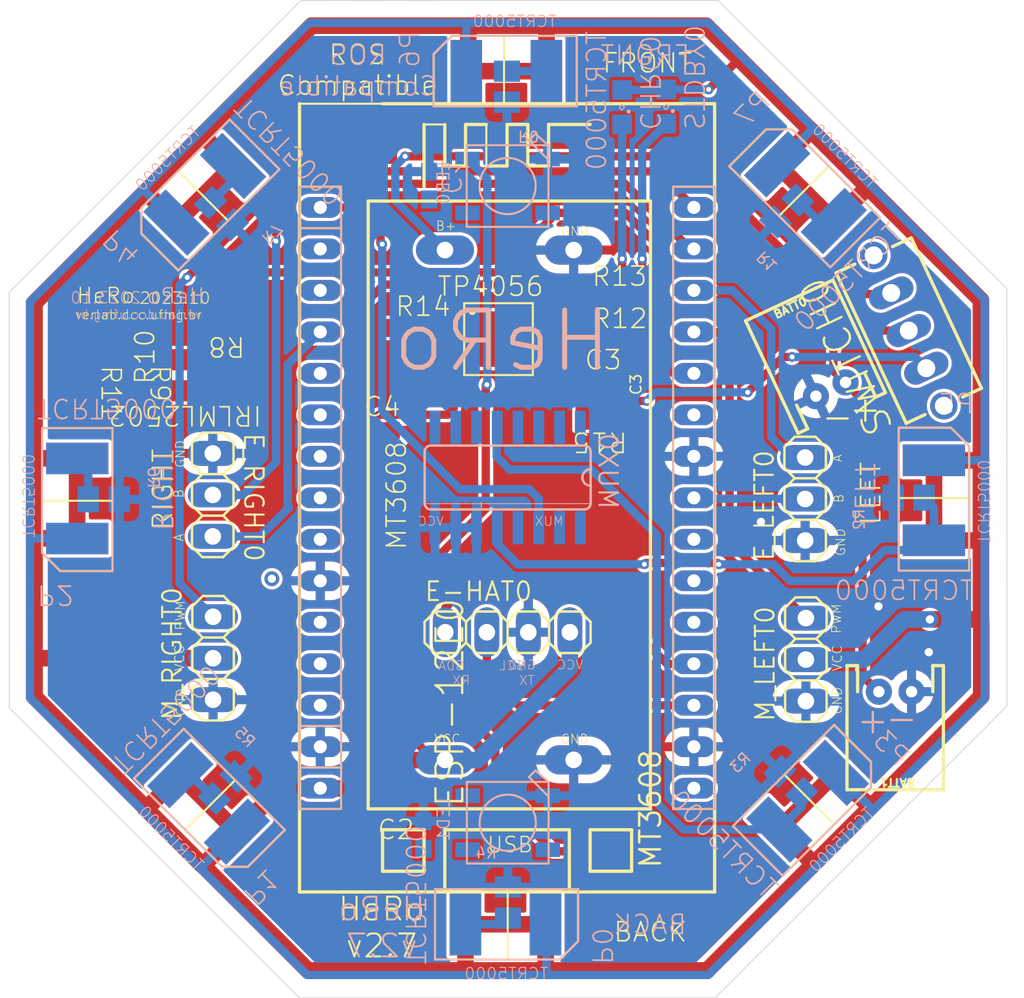
<source format=kicad_pcb>
(kicad_pcb (version 20241229) (generator "pcbnew") (generator_version "9.0")
  (layers (0 "F.Cu" signal) (2 "B.Cu" signal) (13 "F.Paste" user) (15 "B.Paste" user) (5 "F.SilkS" user "F.Silkscreen") (7 "B.SilkS" user "B.Silkscreen") (1 "F.Mask" user) (3 "B.Mask" user) (25 "Edge.Cuts" user))
  (net 0 "")
  (net 1 "GND")
  (net 2 "VCC")
  (net 3 "AD0")
  (net 4 "EM_ENABLE")
  (net 5 "MUX_A")
  (net 6 "MUX_B")
  (net 7 "MUX_C")
  (net 8 "TP_B+")
  (net 9 "Net-(SWITCH0-P)")
  (net 10 "Net-(CHRG0-PadC)")
  (net 11 "/<p>MCU and Motors</p>/SDA_RX")
  (net 12 "/<p>MCU and Motors</p>/SCL_TX")
  (net 18 "/<p>MCU and Motors</p>/E_RIGHT_A")
  (net 19 "/<p>MCU and Motors</p>/E_RIGHT_B")
  (net 24 "/<p>MCU and Motors</p>/M_RIGHT_PWM")
  (net 27 "/<p>MCU and Motors</p>/M_LEFT_PWM")
  (net 29 "/<p>MCU and Motors</p>/E_LEFT_B")
  (net 30 "/<p>MCU and Motors</p>/E_LEFT_A")
  (net 31 "Net-(IRLML2502-D)")
  (net 32 "Net-(IRLML2502-G)")
  (net 33 "Net-(LED0-DO)")
  (net 35 "Net-(SWITCH0-S)")
  (net 36 "/<p>Proximity Sensors</p>/MUX_X7")
  (net 37 "/<p>Proximity Sensors</p>/MUX_X1")
  (net 38 "/<p>Proximity Sensors</p>/MUX_X5")
  (net 39 "/<p>Proximity Sensors</p>/MUX_X6")
  (net 40 "/<p>Proximity Sensors</p>/MUX_X2")
  (net 41 "/<p>Proximity Sensors</p>/MUX_X4")
  (net 42 "/<p>Proximity Sensors</p>/MUX_X0")
  (net 43 "/<p>Proximity Sensors</p>/MUX_X3")
  (net 44 "/<p>Proximity Sensors</p>/EM")
  (net 45 "Net-(R10-Pad2)")
  (net 46 "Net-(TP4056-STDBY)")
  (net 47 "Net-(R12-Pad2)")
  (net 48 "Net-(TP4056-CHRG)")
  (net 50 "Net-(TP4056-PROG)")
  (net 51 "Net-(SWITCH0-O)")
  (net 52 "/<p>Power Supply</p>/TP_B+")
  (net 54 "unconnected-(C2-Pad1)")
  (footprint "board:SOT23" (layer "F.Cu") (at 131.6 97.3 180)
    (property "Reference" "IRLML2502")
    (property "Value" "MOSFET-NREFLOW")
  )
  (footprint "board:1X04" (layer "F.Cu") (at 148.47 113.16)
    (property "Reference" "E-HAT0")
    (property "Value" "PINHD-1X4")
  )
  (footprint "board:1X03" (layer "F.Cu") (at 166.724492 114.831995 90)
    (property "Reference" "M_LEFT0")
    (property "Value" "PINHD-1X3")
  )
  (footprint "board:ESP12E_DEVKIT" (layer "F.Cu") (at 148.44 104.93)
    (property "Reference" "ESP-12E0")
    (property "Value" "ESP12E_DEVKIT")
  )
  (footprint "board:C0603_348" (layer "F.Cu") (at 154.015492 97.931995)
    (property "Reference" "C3")
    (property "Value" "10 uF")
  )
  (footprint "board:1X03" (layer "F.Cu") (at 130.43 104.75 -90)
    (property "Reference" "E_RIGHT0")
    (property "Value" "PINHD-1X3")
  )
  (footprint "board:R0805" (layer "F.Cu") (at 154.21 95.91)
    (property "Reference" "R12")
    (property "Value" "103")
  )
  (footprint "board:R0603" (layer "F.Cu") (at 142.17 94.53)
    (property "Reference" "R14")
    (property "Value" "122")
  )
  (footprint "board:SOP" (layer "F.Cu") (at 147.914492 95.211995)
    (property "Reference" "TP4056")
    (property "Value" "TP4056")
  )
  (footprint "board:MT3608" (layer "F.Cu") (at 157.213084 123.971 90)
    (property "Reference" "MT3608")
    (property "Value" "MT3608")
  )
  (footprint "board:HH3T90" (layer "F.Cu") (at 173.01976 94.68928 115)
    (property "Reference" "SWITCH0")
    (property "Value" "SS12F2356")
  )
  (footprint "board:R0805" (layer "F.Cu") (at 154.19 93.32)
    (property "Reference" "R13")
    (property "Value" "102")
  )
  (footprint "board:JST-2-PTH" (layer "F.Cu") (at 168.243692 98.282618 25)
    (property "Reference" "BATT0")
    (property "Value" "CONN_02JST-PTH-2")
  )
  (footprint "board:C0603_420" (layer "F.Cu") (at 154 97.931995)
    (property "Reference" "C3")
    (property "Value" "10 uF")
  )
  (footprint "board:R0805" (layer "F.Cu") (at 128.232492 97.425995 90)
    (property "Reference" "R10")
    (property "Value" "18R")
  )
  (footprint "board:R0805" (layer "F.Cu") (at 122.25 97.37 -90)
    (property "Reference" "R11")
    (property "Value" "NM")
  )
  (footprint "board:1X03" (layer "F.Cu") (at 166.68 105 90)
    (property "Reference" "E_LEFT0")
    (property "Value" "PINHD-1X3")
  )
  (footprint "board:C0603_420" (layer "F.Cu") (at 140.48 100.8)
    (property "Reference" "C4")
    (property "Value" "10 uF")
  )
  (footprint "board:1X03" (layer "F.Cu") (at 130.45 114.75 90)
    (property "Reference" "M_RIGHT0")
    (property "Value" "PINHD-1X3")
  )
  (footprint "board:R0805" (layer "F.Cu") (at 125.25 97.35 -90)
    (property "Reference" "R9")
    (property "Value" "0R")
  )
  (footprint "board:R0805" (layer "F.Cu") (at 131.85 93.72 180)
    (property "Reference" "R8")
    (property "Value" "4k7")
  )
  (footprint "board:R0805" (layer "F.Cu") (at 154.23 100.01 180)
    (property "Reference" "R15")
    (property "Value" "0R")
  )
  (footprint "board:JST-2-PTH" (layer "F.Cu") (at 172.19 116.8 180)
    (property "Reference" "BATT1")
    (property "Value" "CONN_02JST-PTH-2")
  )
  (footprint "board:C0603_348" (layer "B.Cu") (at 143.32 125.57 90)
    (property "Reference" "C2")
    (property "Value" "0.10 nF")
  )
  (footprint "board:WS2812B" (layer "B.Cu") (at 148.48 124.82 180)
    (property "Reference" "LED1")
    (property "Value" "WS2812B5050")
  )
  (footprint "board:TCRT5000" (layer "B.Cu") (at 166.93 123.4 -135)
    (property "Reference" "P3")
    (property "Value" "TCRT5000")
  )
  (footprint "board:M0805" (layer "B.Cu") (at 131.188249 122.661751 45)
    (property "Reference" "R5")
    (property "Value" "4k7")
  )
  (footprint "board:M0805" (layer "B.Cu") (at 148.43 79.76 -90)
    (property "Reference" "R0")
    (property "Value" "4k7")
  )
  (footprint "board:TCRT5000" (layer "B.Cu") (at 130.275593 123.735593 135)
    (property "Reference" "P1")
    (property "Value" "TCRT5000")
  )
  (footprint "board:WS2812B" (layer "B.Cu") (at 148.47 85.84 180)
    (property "Reference" "LED0")
    (property "Value" "WS2812B5050")
  )
  (footprint "board:M0805" (layer "B.Cu") (at 173.009999 104.92 180)
    (property "Reference" "R2")
    (property "Value" "4k7")
  )
  (footprint "board:TCRT5000" (layer "B.Cu") (at 148.254 78.8)
    (property "Reference" "P6")
    (property "Value" "TCRT5000")
  )
  (footprint "board:M0805" (layer "B.Cu") (at 123.76 105.02)
    (property "Reference" "R6")
    (property "Value" "4k7")
  )
  (footprint "board:TCRT5000" (layer "B.Cu") (at 148.4786 131.04 180)
    (property "Reference" "P0")
    (property "Value" "TCRT5000")
  )
  (footprint "board:TCRT5000" (layer "B.Cu") (at 122.14 105.1086 90)
    (property "Reference" "P2")
    (property "Value" "TCRT5000")
  )
  (footprint "board:TCRT5000" (layer "B.Cu") (at 129.84 86.44 45)
    (property "Reference" "P4")
    (property "Value" "TCRT5000")
  )
  (footprint "board:TCRT5000" (layer "B.Cu") (at 174.56 104.94 -90)
    (property "Reference" "P5")
    (property "Value" "TCRT5000")
  )
  (footprint "board:C0603_348" (layer "B.Cu") (at 143.68 85.81 90)
    (property "Reference" "C1")
    (property "Value" "0.10 nF")
  )
  (footprint "board:M0805" (layer "B.Cu") (at 165.551751 87.368249 -135)
    (property "Reference" "R1")
    (property "Value" "4k7")
  )
  (footprint "board:M0805" (layer "B.Cu") (at 165.801751 122.351751 135)
    (property "Reference" "R3")
    (property "Value" "4k7")
  )
  (footprint "board:SO16" (layer "B.Cu") (at 148.475 103.6834 180)
    (property "Reference" "MUX0")
    (property "Value" "4051D")
  )
  (footprint "board:M0805" (layer "B.Cu") (at 148.49 129.709999 90)
    (property "Reference" "R4")
    (property "Value" "4k7")
  )
  (footprint "board:SML0805" (layer "B.Cu") (at 158.18 80.98 90)
    (property "Reference" "STDBY0")
    (property "Value" "GREEN")
  )
  (footprint "board:SML0805" (layer "B.Cu") (at 155.48 81.01 90)
    (property "Reference" "CHRG0")
    (property "Value" "RED")
  )
  (footprint "board:M0805" (layer "B.Cu") (at 130.958249 87.528249 -45)
    (property "Reference" "R7")
    (property "Value" "4k7")
  )
  (footprint "board:TCRT5000" (layer "B.Cu") (at 166.6 86.15 -45)
    (property "Reference" "P7")
    (property "Value" "TCRT5000")
  )
  (gr_line (start 179.029226 117.67317) (end 179.018701 92.106774) (stroke (width 0.05)) (layer "Edge.Cuts"))
  (gr_line (start 161.363063 74.474895) (end 135.808549 74.490027) (stroke (width 0.05)) (layer "Edge.Cuts"))
  (gr_line (start 179.018701 92.106774) (end 161.363063 74.474895) (stroke (width 0.05)) (layer "Edge.Cuts"))
  (gr_line (start 135.724477 135.532304) (end 161.180951 135.531441) (stroke (width 0.05)) (layer "Edge.Cuts"))
  (gr_line (start 161.180951 135.531441) (end 179.029226 117.67317) (stroke (width 0.05)) (layer "Edge.Cuts"))
  (gr_line (start 135.808549 74.490027) (end 117.972974 92.34383) (stroke (width 0.05)) (layer "Edge.Cuts"))
  (gr_line (start 117.972974 92.34383) (end 117.976339 117.778095) (stroke (width 0.05)) (layer "Edge.Cuts"))
  (gr_line (start 117.976339 117.778095) (end 135.724477 135.532304) (stroke (width 0.05)) (layer "Edge.Cuts"))
  (gr_text "BACK" (at 154.886686 132.195639 0) (layer "F.SilkS") (effects (font (size 1.1684 1.1684) (thickness 0.1016)) (justify left bottom)))
  (gr_text "FRONT" (at 154.2052 78.995639 0) (layer "F.SilkS") (effects (font (size 1.1684 1.1684) (thickness 0.1016)) (justify left bottom)))
  (gr_text "GND" (at 168.974492 118.231995 90) (layer "F.SilkS") (effects (font (size 0.560832 0.560832) (thickness 0.048768)) (justify left bottom)))
  (gr_text "B" (at 128.674492 104.981995 90) (layer "F.SilkS") (effects (font (size 0.560832 0.560832) (thickness 0.048768)) (justify left bottom)))
  (gr_text "VCC" (at 168.974492 115.581995 90) (layer "F.SilkS") (effects (font (size 0.560832 0.560832) (thickness 0.048768)) (justify left bottom)))
  (gr_text "VCC" (at 128.724492 115.581995 90) (layer "F.SilkS") (effects (font (size 0.560832 0.560832) (thickness 0.048768)) (justify left bottom)))
  (gr_text "HeRo" (at 123.887005 92.549067 0) (layer "F.SilkS") (effects (font (size 0.93472 0.93472) (thickness 0.08128))))
  (gr_text "A" (at 168.974492 102.781995 90) (layer "F.SilkS") (effects (font (size 0.560832 0.560832) (thickness 0.048768)) (justify left bottom)))
  (gr_text "verlab.dcc.ufmg.br" (at 125.894496 93.722708 0) (layer "F.SilkS") (effects (font (size 0.560832 0.560832) (thickness 0.048768))))
  (gr_text "A" (at 128.674492 107.631995 90) (layer "F.SilkS") (effects (font (size 0.560832 0.560832) (thickness 0.048768)) (justify left bottom)))
  (gr_text "GND" (at 128.824492 118.331995 90) (layer "F.SilkS") (effects (font (size 0.560832 0.560832) (thickness 0.048768)) (justify left bottom)))
  (gr_text "VCC" (at 143.957977 120.029344 0) (layer "F.SilkS") (effects (font (size 0.560832 0.560832) (thickness 0.048768)) (justify left bottom)))
  (gr_text "LEFT" (at 171.388136 106.667783 90) (layer "F.SilkS") (effects (font (size 1.1684 1.1684) (thickness 0.1016)) (justify left bottom)))
  (gr_text "2023.10" (at 128.117214 92.703002 0) (layer "F.SilkS") (effects (font (size 0.70104 0.70104) (thickness 0.06096))))
  (gr_text "+" (at 169.254492 100.421995 0) (layer "F.SilkS") (effects (font (size 1.63576 1.63576) (thickness 0.14224)) (justify left bottom)))
  (gr_text "GND" (at 151.701152 88.929344 0) (layer "F.SilkS") (effects (font (size 0.560832 0.560832) (thickness 0.048768)) (justify left bottom)))
  (gr_text "GND" (at 151.691152 120.029344 0) (layer "F.SilkS") (effects (font (size 0.560832 0.560832) (thickness 0.048768)) (justify left bottom)))
  (gr_text "-" (at 167.554492 100.901995 0) (layer "F.SilkS") (effects (font (size 1.63576 1.63576) (thickness 0.14224)) (justify left bottom)))
  (gr_text "HeRo\nv2.7" (at 140.764492 131.231995 0) (layer "F.SilkS") (effects (font (size 1.40208 1.40208) (thickness 0.12192))))
  (gr_text "GND" (at 128.774492 103.131995 90) (layer "F.SilkS") (effects (font (size 0.560832 0.560832) (thickness 0.048768)) (justify left bottom)))
  (gr_text "B" (at 169.074492 105.281995 90) (layer "F.SilkS") (effects (font (size 0.560832 0.560832) (thickness 0.048768)) (justify left bottom)))
  (gr_text "PWM" (at 168.924492 113.281995 90) (layer "F.SilkS") (effects (font (size 0.560832 0.560832) (thickness 0.048768)) (justify left bottom)))
  (gr_text "RIGHT" (at 128.048136 106.980544 90) (layer "F.SilkS") (effects (font (size 1.1684 1.1684) (thickness 0.1016)) (justify left bottom)))
  (gr_text "B+" (at 144.044492 88.611995 0) (layer "F.SilkS") (effects (font (size 0.560832 0.560832) (thickness 0.048768)) (justify left bottom)))
  (gr_text "GND" (at 169.174492 108.531995 90) (layer "F.SilkS") (effects (font (size 0.560832 0.560832) (thickness 0.048768)) (justify left bottom)))
  (gr_text "USB" (at 147.164492 126.711995 0) (layer "F.SilkS") (effects (font (size 0.93472 0.93472) (thickness 0.08128)) (justify left bottom)))
  (gr_text "PWM" (at 128.774492 113.081995 90) (layer "F.SilkS") (effects (font (size 0.560832 0.560832) (thickness 0.048768)) (justify left bottom)))
  (gr_text "ROS\nCompatible" (at 139.274492 78.731995 0) (layer "F.SilkS") (effects (font (size 1.1684 1.1684) (thickness 0.1016))))
  (gr_text "verlab.dcc.ufmg.br" (at 125.874496 93.702708 -0) (layer "B.SilkS") (effects (font (size 0.560832 0.560832) (thickness 0.048768)) (justify mirror)))
  (gr_text "TCRT5000" (at 151.517923 76.16543 -0) (layer "B.SilkS") (effects (font (size 0.70104 0.70104) (thickness 0.06096)) (justify left bottom mirror)))
  (gr_text "VCC   GND" (at 153.134492 115.481995 -0) (layer "B.SilkS") (effects (font (size 0.560832 0.560832) (thickness 0.048768)) (justify left bottom mirror)))
  (gr_text "TCRT5000" (at 126.321564 123.629064 -45) (layer "B.SilkS") (effects (font (size 0.70104 0.70104) (thickness 0.06096)) (justify right top mirror)))
  (gr_text "TCRT5000" (at 119.537927 102.188564 -90) (layer "B.SilkS") (effects (font (size 0.70104 0.70104) (thickness 0.06096)) (justify right top mirror)))
  (gr_text "TCRT5000" (at 178.007926 102.538564 -90) (layer "B.SilkS") (effects (font (size 0.70104 0.70104) (thickness 0.06096)) (justify right top mirror)))
  (gr_text "RIGHT" (at 128.024492 101.891995 -90) (layer "B.SilkS") (effects (font (size 1.1684 1.1684) (thickness 0.1016)) (justify right top mirror)))
  (gr_text "HeRo" (at 148.124492 95.331995 -0) (layer "B.SilkS") (effects (font (size 3.5052 3.5052) (thickness 0.3048)) (justify mirror)))
  (gr_text "BACK" (at 159.504492 131.741995 -0) (layer "B.SilkS") (effects (font (size 1.1684 1.1684) (thickness 0.1016)) (justify left bottom mirror)))
  (gr_text "FRONT" (at 159.714492 78.521995 -0) (layer "B.SilkS") (effects (font (size 1.1684 1.1684) (thickness 0.1016)) (justify left bottom mirror)))
  (gr_text "LEFT" (at 170.974492 102.701995 -90) (layer "B.SilkS") (effects (font (size 1.1684 1.1684) (thickness 0.1016)) (justify right top mirror)))
  (gr_text "2023.10" (at 123.887214 92.683002 -0) (layer "B.SilkS") (effects (font (size 0.70104 0.70104) (thickness 0.06096)) (justify mirror)))
  (gr_text "MUX             VCC" (at 147.434492 106.361995 -0) (layer "B.SilkS") (effects (font (size 0.560832 0.560832) (thickness 0.048768)) (justify mirror)))
  (gr_text "TCRT5000" (at 170.65742 86.134927 -45) (layer "B.SilkS") (effects (font (size 0.70104 0.70104) (thickness 0.06096)) (justify left bottom mirror)))
  (gr_text "TCRT5000" (at 129.817424 82.599067 -315) (layer "B.SilkS") (effects (font (size 0.70104 0.70104) (thickness 0.06096)) (justify left bottom mirror)))
  (gr_text "+" (at 171.924492 119.491995 -0) (layer "B.SilkS") (effects (font (size 1.63576 1.63576) (thickness 0.14224)) (justify left bottom mirror)))
  (gr_text "HeRo" (at 128.160142 92.574633 -0) (layer "B.SilkS") (effects (font (size 0.93472 0.93472) (thickness 0.08128)) (justify mirror)))
  (gr_text "SCL     SDA   \nTX       RX     " (at 142.914492 114.871995 0) (layer "B.SilkS") (effects (font (size 0.560832 0.560832) (thickness 0.048768)) (justify right top mirror)))
  (gr_text "TCRT5000" (at 151.007923 134.46543 -0) (layer "B.SilkS") (effects (font (size 0.70104 0.70104) (thickness 0.06096)) (justify left bottom mirror)))
  (gr_text "ROS\nCompatible" (at 139.324492 78.781995 -0) (layer "B.SilkS") (effects (font (size 1.1684 1.1684) (thickness 0.1016)) (justify mirror)))
  (gr_text "HeRo\nv2.7" (at 140.774492 131.231995 0) (layer "B.SilkS") (effects (font (size 1.40208 1.40208) (thickness 0.12192)) (justify mirror)))
  (gr_text "-" (at 173.694492 119.361995 -0) (layer "B.SilkS") (effects (font (size 1.63576 1.63576) (thickness 0.14224)) (justify left bottom mirror)))
  (gr_text "TCRT5000" (at 166.77156 127.424924 45) (layer "B.SilkS") (effects (font (size 0.70104 0.70104) (thickness 0.06096)) (justify right top mirror)))
  (via (at 174.244492 114.381995) (size 0.9144) (drill 0.508) (layers "F.Cu" "B.Cu") (net 1))
  (via (at 163.974492 106.401995) (size 0.9144) (drill 0.508) (layers "F.Cu" "B.Cu") (net 1))
  (via (at 171.164492 111.571995) (size 0.9144) (drill 0.508) (layers "F.Cu" "B.Cu") (net 1))
  (segment (start 177.324492 112.581995) (end 177.434492 112.691995) (width 0.508) (layer "F.Cu") (net 2))
  (segment (start 160.684492 133.861995) (end 150.674492 133.861995) (width 1.016) (layer "F.Cu") (net 2))
  (segment (start 122.130389 107.411258) (end 122.130389 102.509058) (width 1.016) (layer "F.Cu") (net 2))
  (segment (start 126.299492 123.896995) (end 126.269492 123.896995) (width 1.016) (layer "F.Cu") (net 2))
  (segment (start 143.963826 120.986655) (end 139.694492 116.71732) (width 0.508) (layer "F.Cu") (net 2))
  (segment (start 177.418329 107.538158) (end 177.434492 107.521995) (width 1.016) (layer "F.Cu") (net 2))
  (segment (start 150.796276 133.740211) (end 150.674492 133.861995) (width 1.016) (layer "F.Cu") (net 2))
  (segment (start 170.659492 123.863367) (end 170.659492 123.886995) (width 1.016) (layer "F.Cu") (net 2))
  (segment (start 150.744492 76.021995) (end 160.615001 76.021995) (width 1.016) (layer "F.Cu") (net 2))
  (segment (start 119.524492 114.901995) (end 119.524492 107.411995) (width 1.016) (layer "F.Cu") (net 2))
  (segment (start 128.206483 88.075402) (end 131.672864 84.60902) (width 1.016) (layer "F.Cu") (net 2))
  (segment (start 136.484492 76.021995) (end 146.064492 76.021995) (width 1.016) (layer "F.Cu") (net 2))
  (segment (start 119.524492 117.121995) (end 119.524492 114.901995) (width 1.016) (layer "F.Cu") (net 2))
  (segment (start 144.653826 120.986655) (end 142.219832 120.986655) (width 1.016) (layer "F.Cu") (net 2))
  (segment (start 129.759492 127.386995) (end 126.269492 123.896995) (width 1.016) (layer "F.Cu") (net 2))
  (segment (start 166.925001 82.331995) (end 162.664748 78.071742) (width 1.016) (layer "F.Cu") (net 2))
  (segment (start 129.919492 82.855649) (end 129.919492 82.586995) (width 1.016) (layer "F.Cu") (net 2))
  (segment (start 126.299492 123.896995) (end 119.524492 117.121995) (width 1.016) (layer "F.Cu") (net 2))
  (segment (start 119.679792 114.746695) (end 119.524492 114.901995) (width 1.016) (layer "F.Cu") (net 2))
  (segment (start 166.925001 82.331995) (end 166.925001 82.551995) (width 1.016) (layer "F.Cu") (net 2))
  (segment (start 144.804492 99.841995) (end 145.164492 99.481995) (width 0.508) (layer "F.Cu") (net 2))
  (segment (start 177.324492 112.581995) (end 177.454492 112.581995) (width 0.508) (layer "F.Cu") (net 2))
  (segment (start 145.894076 133.762411) (end 145.794492 133.861995) (width 1.016) (layer "F.Cu") (net 2))
  (segment (start 174.562901 107.538158) (end 177.418329 107.538158) (width 1.016) (layer "F.Cu") (net 2))
  (segment (start 139.634492 100.801995) (end 139.744492 100.69203) (width 0.508) (layer "F.Cu") (net 2))
  (segment (start 177.434492 102.641995) (end 177.434492 107.521995) (width 1.016) (layer "F.Cu") (net 2))
  (segment (start 177.428454 102.635958) (end 177.434492 102.641995) (width 1.016) (layer "F.Cu") (net 2))
  (segment (start 139.634492 100.801995) (end 140.594492 99.841995) (width 0.508) (layer "F.Cu") (net 2))
  (segment (start 160.774492 79.921995) (end 162.624745 78.071742) (width 0.508) (layer "F.Cu") (net 2))
  (segment (start 174.314492 112.371995) (end 177.244492 112.371995) (width 1.016) (layer "F.Cu") (net 2))
  (segment (start 164.965438 84.511558) (end 166.925001 82.551995) (width 1.016) (layer "F.Cu") (net 2))
  (segment (start 131.892961 125.368595) (end 128.42658 121.902214) (width 1.016) (layer "F.Cu") (net 2))
  (segment (start 144.653826 120.986655) (end 143.963826 120.986655) (width 0.508) (layer "F.Cu") (net 2))
  (segment (start 170.456129 85.95363) (end 170.456129 85.850361) (width 1.016) (layer "F.Cu") (net 2))
  (segment (start 174.562901 102.635958) (end 177.428454 102.635958) (width 1.016) (layer "F.Cu") (net 2))
  (segment (start 119.52523 107.411258) (end 119.524492 107.411995) (width 1.016) (layer "F.Cu") (net 2))
  (segment (start 126.353077 86.221995) (end 126.284492 86.221995) (width 1.016) (layer "F.Cu") (net 2))
  (segment (start 129.874561 127.386995) (end 129.874561 127.482064) (width 1.016) (layer "F.Cu") (net 2))
  (segment (start 140.484632 122.721855) (end 137.025051 122.721855) (width 1.016) (layer "F.Cu") (net 2))
  (segment (start 128.206483 88.075402) (end 126.353077 86.221995) (width 1.016) (layer "F.Cu") (net 2))
  (segment (start 162.624745 78.071742) (end 162.664748 78.071742) (width 0.508) (layer "F.Cu") (net 2))
  (segment (start 139.694495 100.861999) (end 139.694492 108.311995) (width 0.508) (layer "F.Cu") (net 2))
  (segment (start 145.894076 131.037139) (end 145.894076 133.762411) (width 1.016) (layer "F.Cu") (net 2))
  (segment (start 150.853207 78.808389) (end 150.853207 76.130711) (width 1.016) (layer "F.Cu") (net 2))
  (segment (start 131.892961 125.368595) (end 129.874561 127.386995) (width 1.016) (layer "F.Cu") (net 2))
  (segment (start 150.796276 131.037139) (end 150.796276 133.740211) (width 1.016) (layer "F.Cu") (net 2))
  (segment (start 149.134492 91.871995) (end 149.919492 91.871995) (width 0.508) (layer "F.Cu") (net 2))
  (segment (start 145.164492 99.481995) (end 145.164492 97.116995) (width 0.508) (layer "F.Cu") (net 2))
  (segment (start 177.454492 117.091995) (end 170.659492 123.886995) (width 1.016) (layer "F.Cu") (net 2))
  (segment (start 145.951007 78.808389) (end 150.853207 78.808389) (width 1.016) (layer "F.Cu") (net 2))
  (segment (start 150.674492 133.861995) (end 145.794492 133.861995) (width 1.016) (layer "F.Cu") (net 2))
  (segment (start 122.130389 107.411258) (end 119.52523 107.411258) (width 1.016) (layer "F.Cu") (net 2))
  (segment (start 177.454492 112.581995) (end 177.454492 117.091995) (width 1.016) (layer "F.Cu") (net 2))
  (segment (start 128.42658 121.902214) (end 126.431799 123.896995) (width 1.016) (layer "F.Cu") (net 2))
  (segment (start 165.085151 125.221789) (end 167.059492 127.19613) (width 1.016) (layer "F.Cu") (net 2))
  (segment (start 177.244492 112.371995) (end 177.454492 112.581995) (width 1.016) (layer "F.Cu") (net 2))
  (segment (start 150.796276 131.037139) (end 145.894076 131.037139) (width 1.016) (layer "F.Cu") (net 2))
  (segment (start 145.951007 78.808389) (end 146.064492 78.694905) (width 1.016) (layer "F.Cu") (net 2))
  (segment (start 122.130389 102.509058) (end 119.731555 102.509058) (width 1.016) (layer "F.Cu") (net 2))
  (segment (start 174.562901 107.538158) (end 174.562901 102.635958) (width 1.016) (layer "F.Cu") (net 2))
  (segment (start 150.744492 76.021995) (end 150.853207 76.130711) (width 1.016) (layer "F.Cu") (net 2))
  (segment (start 129.874561 127.386995) (end 129.759492 127.386995) (width 1.016) (layer "F.Cu") (net 2))
  (segment (start 119.524492 92.981995) (end 126.284492 86.221995) (width 1.016) (layer "F.Cu") (net 2))
  (segment (start 139.694492 108.311995) (end 139.694492 116.71732) (width 0.508) (layer "F.Cu") (net 2))
  (segment (start 139.744492 93.031995) (end 139.744492 100.69203) (width 0.508) (layer "F.Cu") (net 2))
  (segment (start 142.219832 120.986655) (end 140.484632 122.721855) (width 1.016) (layer "F.Cu") (net 2))
  (segment (start 119.731555 102.509058) (end 119.524492 102.301995) (width 1.016) (layer "F.Cu") (net 2))
  (segment (start 137.025051 122.721855) (end 134.539702 122.721855) (width 1.016) (layer "F.Cu") (net 2))
  (segment (start 129.919492 82.586995) (end 136.484492 76.021995) (width 1.016) (layer "F.Cu") (net 2))
  (segment (start 130.445192 114.746695) (end 119.679792 114.746695) (width 1.016) (layer "F.Cu") (net 2))
  (segment (start 167.041382 82.435614) (end 170.456129 85.850361) (width 1.016) (layer "F.Cu") (net 2))
  (segment (start 164.965438 84.511558) (end 168.43182 87.977939) (width 1.016) (layer "F.Cu") (net 2))
  (segment (start 119.524492 102.301995) (end 119.524492 92.981995) (width 1.016) (layer "F.Cu") (net 2))
  (segment (start 170.456129 85.850361) (end 177.434492 92.828724) (width 1.016) (layer "F.Cu") (net 2))
  (segment (start 139.744492 93.031995) (end 140.904492 91.871995) (width 0.508) (layer "F.Cu") (net 2))
  (segment (start 126.431799 123.896995) (end 126.299492 123.896995) (width 1.016) (layer "F.Cu") (net 2))
  (segment (start 144.804492 99.841995) (end 140.594492 99.841995) (width 0.508) (layer "F.Cu") (net 2))
  (segment (start 146.064492 78.694905) (end 146.064492 76.021995) (width 1.016) (layer "F.Cu") (net 2))
  (segment (start 146.064492 76.021995) (end 150.744492 76.021995) (width 1.016) (layer "F.Cu") (net 2))
  (segment (start 168.43182 87.977939) (end 170.456129 85.95363) (width 1.016) (layer "F.Cu") (net 2))
  (segment (start 167.059492 127.19613) (end 167.059492 127.486995) (width 1.016) (layer "F.Cu") (net 2))
  (segment (start 131.672864 84.60902) (end 129.919492 82.855649) (width 1.016) (layer "F.Cu") (net 2))
  (segment (start 150.664492 92.616995) (end 150.664492 93.306995) (width 0.508) (layer "F.Cu") (net 2))
  (segment (start 166.925001 82.551995) (end 167.041382 82.435614) (width 1.016) (layer "F.Cu") (net 2))
  (segment (start 170.659492 123.886995) (end 167.059492 127.486995) (width 1.016) (layer "F.Cu") (net 2))
  (segment (start 126.284492 86.221995) (end 129.919492 82.586995) (width 1.016) (layer "F.Cu") (net 2))
  (segment (start 134.539702 122.721855) (end 131.892961 125.368595) (width 1.016) (layer "F.Cu") (net 2))
  (segment (start 139.634492 100.801995) (end 139.694495 100.861999) (width 0.508) (layer "F.Cu") (net 2))
  (segment (start 177.434492 92.828724) (end 177.434492 102.641995) (width 1.016) (layer "F.Cu") (net 2))
  (segment (start 165.085151 125.221789) (end 168.551532 121.755408) (width 1.016) (layer "F.Cu") (net 2))
  (segment (start 167.059492 127.486995) (end 160.684492 133.861995) (width 1.016) (layer "F.Cu") (net 2))
  (segment (start 119.524492 107.411995) (end 119.524492 102.301995) (width 1.016) (layer "F.Cu") (net 2))
  (segment (start 136.254492 133.861995) (end 145.794492 133.861995) (width 1.016) (layer "F.Cu") (net 2))
  (segment (start 140.904492 91.871995) (end 149.134492 91.871995) (width 0.508) (layer "F.Cu") (net 2))
  (segment (start 150.664492 92.616995) (end 149.919492 91.871995) (width 0.508) (layer "F.Cu") (net 2))
  (segment (start 168.551532 121.755408) (end 170.659492 123.863367) (width 1.016) (layer "F.Cu") (net 2))
  (segment (start 177.434492 107.521995) (end 177.434492 112.691995) (width 1.016) (layer "F.Cu") (net 2))
  (segment (start 129.874561 127.482064) (end 136.254492 133.861995) (width 1.016) (layer "F.Cu") (net 2))
  (segment (start 162.664748 78.071742) (end 160.615001 76.021995) (width 1.016) (layer "F.Cu") (net 2))
  (via (at 160.771273 79.925214) (size 0.6) (drill 0.3) (layers "F.Cu" "B.Cu") (net 2))
  (via (at 174.314492 112.371995) (size 0.9144) (drill 0.508) (layers "F.Cu" "B.Cu") (net 2))
  (segment (start 160.766487 79.93) (end 160.771273 79.925214) (width 0.508) (layer "B.Cu") (net 2))
  (segment (start 158.15 79.96) (end 158.18 79.93) (width 0.508) (layer "B.Cu") (net 2))
  (segment (start 146.021273 87.710995) (end 146.021273 87.490995) (width 0.508) (layer "B.Cu") (net 2))
  (segment (start 170.274492 114.831995) (end 172.734492 112.371995) (width 1.016) (layer "B.Cu") (net 2))
  (segment (start 158.18 79.93) (end 160.766487 79.93) (width 0.508) (layer "B.Cu") (net 2))
  (segment (start 152.281395 115.335092) (end 146.629832 120.986655) (width 1.016) (layer "B.Cu") (net 2))
  (segment (start 152.281395 115.335092) (end 152.281395 113.168639) (width 1.016) (layer "B.Cu") (net 2))
  (segment (start 160.774492 79.921995) (end 160.771273 79.925214) (width 0.508) (layer "B.Cu") (net 2))
  (segment (start 155.48 79.96) (end 158.15 79.96) (width 0.508) (layer "B.Cu") (net 2))
  (segment (start 144.653826 120.986655) (end 146.629832 120.986655) (width 1.016) (layer "B.Cu") (net 2))
  (segment (start 166.724492 114.831995) (end 170.274492 114.831995) (width 1.016) (layer "B.Cu") (net 2))
  (segment (start 155.501273 79.925214) (end 155.474492 79.951995) (width 0.508) (layer "B.Cu") (net 2))
  (segment (start 172.734492 112.371995) (end 174.314492 112.371995) (width 1.016) (layer "B.Cu") (net 2))
  (segment (start 140.694492 87.821995) (end 140.034351 87.161855) (width 0.508) (layer "F.Cu") (net 3))
  (segment (start 140.761995 89.361995) (end 140.8 89.4) (width 0.508) (layer "F.Cu") (net 3))
  (segment (start 137.025051 87.161855) (end 140.034351 87.161855) (width 0.508) (layer "F.Cu") (net 3))
  (segment (start 140.694492 87.821995) (end 140.694492 89.361995) (width 0.508) (layer "F.Cu") (net 3))
  (segment (start 140.694492 89.361995) (end 140.761995 89.361995) (width 0.508) (layer "F.Cu") (net 3))
  (via (at 140.8 89.4) (size 0.6) (drill 0.3) (layers "F.Cu" "B.Cu") (net 3))
  (segment (start 145.5574 104.4) (end 149.8 104.4) (width 0.508) (layer "B.Cu") (net 3))
  (segment (start 140.8 89.4) (end 140.8 99.6426) (width 0.508) (layer "B.Cu") (net 3))
  (segment (start 149.8 104.4) (end 150.38 104.98) (width 0.508) (layer "B.Cu") (net 3))
  (segment (start 140.8 99.6426) (end 145.5574 104.4) (width 0.508) (layer "B.Cu") (net 3))
  (segment (start 150.38 104.98) (end 150.38 106.7568) (width 0.508) (layer "B.Cu") (net 3))
  (segment (start 153.504492 87.481995) (end 151.474492 87.481995) (width 0.508) (layer "F.Cu") (net 4))
  (segment (start 158.654351 97.321855) (end 157.794492 96.461995) (width 0.508) (layer "F.Cu") (net 4))
  (segment (start 155.674492 87.481995) (end 153.504492 87.481995) (width 0.508) (layer "F.Cu") (net 4))
  (segment (start 157.794492 96.461995) (end 157.794492 89.601995) (width 0.508) (layer "F.Cu") (net 4))
  (segment (start 130.900092 92.266395) (end 130.900092 93.727695) (width 0.508) (layer "F.Cu") (net 4))
  (segment (start 147.825835 91.130652) (end 132.035836 91.130652) (width 0.508) (layer "F.Cu") (net 4))
  (segment (start 151.474492 87.481995) (end 147.825835 91.130652) (width 0.508) (layer "F.Cu") (net 4))
  (segment (start 132.035836 91.130652) (end 130.900092 92.266395) (width 0.508) (layer "F.Cu") (net 4))
  (segment (start 159.885051 97.321855) (end 158.654351 97.321855) (width 0.508) (layer "F.Cu") (net 4))
  (segment (start 157.794492 89.601995) (end 155.674492 87.481995) (width 0.508) (layer "F.Cu") (net 4))
  (via (at 134.044492 109.881995) (size 0.9144) (drill 0.508) (layers "F.Cu" "B.Cu") (net 7))
  (segment (start 144.028517 100.075367) (end 144.028517 100.605367) (width 0.508) (layer "B.Cu") (net 7))
  (segment (start 159.855051 107.511855) (end 159.885051 107.481855) (width 0.508) (layer "B.Cu") (net 7))
  (segment (start 153.165492 97.931995) (end 153.165492 99.896995) (width 0.508) (layer "F.Cu") (net 8))
  (segment (start 151.479492 97.931995) (end 150.664492 97.116995) (width 0.508) (layer "F.Cu") (net 8))
  (segment (start 153.274492 100.005995) (end 153.165492 99.896995) (width 0.508) (layer "F.Cu") (net 8))
  (segment (start 153.165492 97.931995) (end 151.479492 97.931995) (width 0.508) (layer "F.Cu") (net 8))
  (segment (start 169.124432 97.877836) (end 170.194492 98.947895) (width 0.508) (layer "F.Cu") (net 9))
  (segment (start 169.467207 94.68928) (end 173.01976 94.68928) (width 0.508) (layer "F.Cu") (net 9))
  (segment (start 170.194492 100.463614) (end 170.194492 115.831995) (width 0.508) (layer "F.Cu") (net 9))
  (segment (start 168.411192 97.164595) (end 168.411192 95.745295) (width 0.508) (layer "F.Cu") (net 9))
  (segment (start 168.411192 95.745295) (end 169.467207 94.68928) (width 0.508) (layer "F.Cu") (net 9))
  (segment (start 170.194492 98.947895) (end 170.194492 100.463614) (width 0.508) (layer "F.Cu") (net 9))
  (segment (start 169.124432 97.877836) (end 168.411192 97.164595) (width 0.508) (layer "F.Cu") (net 9))
  (segment (start 170.194492 115.831995) (end 171.184492 116.821995) (width 0.508) (layer "F.Cu") (net 9))
  (segment (start 155.144492 93.351995) (end 155.484492 93.011995) (width 0.508) (layer "F.Cu") (net 10))
  (segment (start 155.484492 93.011995) (end 155.484492 90.301995) (width 0.508) (layer "F.Cu") (net 10))
  (via (at 155.484492 90.301995) (size 0.6) (drill 0.3) (layers "F.Cu" "B.Cu") (net 10))
  (segment (start 155.48 90.297503) (end 155.484492 90.301995) (width 0.508) (layer "B.Cu") (net 10))
  (segment (start 155.484492 82.061995) (end 155.474492 82.051995) (width 0.508) (layer "B.Cu") (net 10))
  (segment (start 155.48 82.06) (end 155.48 90.297503) (width 0.508) (layer "B.Cu") (net 10))
  (segment (start 158.234351 115.101855) (end 153.364492 110.231995) (width 0.508) (layer "F.Cu") (net 11))
  (segment (start 153.364492 110.231995) (end 146.094492 110.231995) (width 0.508) (layer "F.Cu") (net 11))
  (segment (start 159.885051 115.101855) (end 158.234351 115.101855) (width 0.508) (layer "F.Cu") (net 11))
  (segment (start 146.094492 110.231995) (end 144.661395 111.665092) (width 0.508) (layer "F.Cu") (net 11))
  (segment (start 144.661395 111.665092) (end 144.661395 113.168639) (width 0.508) (layer "F.Cu") (net 11))
  (segment (start 149.15461 117.641855) (end 147.201395 115.688639) (width 0.508) (layer "F.Cu") (net 12))
  (segment (start 159.885051 117.641855) (end 149.15461 117.641855) (width 0.508) (layer "F.Cu") (net 12))
  (segment (start 147.201395 115.688639) (end 147.201395 113.168639) (width 0.508) (layer "F.Cu") (net 12))
  (segment (start 133.326039 107.293349) (end 130.437592 107.293349) (width 0.508) (layer "B.Cu") (net 18))
  (segment (start 137.025051 94.781855) (end 136.517051 94.781855) (width 0.8128) (layer "B.Cu") (net 18))
  (segment (start 135.086392 105.532995) (end 133.326039 107.293349) (width 0.508) (layer "B.Cu") (net 18))
  (segment (start 135.016692 105.463295) (end 135.086392 105.532995) (width 0.508) (layer "B.Cu") (net 18))
  (segment (start 135.016692 96.763308) (end 135.016692 105.463295) (width 0.508) (layer "B.Cu") (net 18))
  (segment (start 137.01 94.77) (end 135.016692 96.763308) (width 0.508) (layer "B.Cu") (net 18))
  (segment (start 135.894492 85.701995) (end 134.304492 87.291995) (width 0.508) (layer "F.Cu") (net 19))
  (segment (start 159.885051 89.701855) (end 159.655051 89.701855) (width 0.508) (layer "F.Cu") (net 19))
  (segment (start 159.655051 89.701855) (end 155.655192 85.701995) (width 0.508) (layer "F.Cu") (net 19))
  (segment (start 134.304492 87.291995) (end 134.304492 89.211995) (width 0.508) (layer "F.Cu") (net 19))
  (segment (start 155.655192 85.701995) (end 135.894492 85.701995) (width 0.508) (layer "F.Cu") (net 19))
  (via (at 134.304492 89.211995) (size 0.6) (drill 0.3) (layers "F.Cu" "B.Cu") (net 19))
  (segment (start 134.304492 102.741995) (end 134.304492 89.211995) (width 0.508) (layer "B.Cu") (net 19))
  (segment (start 132.293139 104.753349) (end 134.304492 102.741995) (width 0.508) (layer "B.Cu") (net 19))
  (segment (start 130.437592 104.753349) (end 132.293139 104.753349) (width 0.508) (layer "B.Cu") (net 19))
  (segment (start 128.867492 91.434995) (end 135.360492 84.941995) (width 0.508) (layer "F.Cu") (net 24))
  (segment (start 135.360492 84.941995) (end 157.665192 84.941995) (width 0.508) (layer "F.Cu") (net 24))
  (segment (start 157.665192 84.941995) (end 159.885051 87.161855) (width 0.508) (layer "F.Cu") (net 24))
  (via (at 128.867492 91.434995) (size 0.6) (drill 0.3) (layers "F.Cu" "B.Cu") (net 24))
  (segment (start 130.45 112.21) (end 128.4 110.16) (width 0.508) (layer "B.Cu") (net 24))
  (segment (start 128.4 91.902487) (end 128.867492 91.434995) (width 0.508) (layer "B.Cu") (net 24))
  (segment (start 128.4 110.16) (end 128.4 91.902487) (width 0.508) (layer "B.Cu") (net 24))
  (segment (start 162.054492 107.621995) (end 162.054492 95.561295) (width 0.508) (layer "F.Cu") (net 27))
  (segment (start 161.275051 94.781855) (end 159.885051 94.781855) (width 0.508) (layer "F.Cu") (net 27))
  (segment (start 166.724492 112.291995) (end 162.054492 107.621995) (width 0.508) (layer "F.Cu") (net 27))
  (segment (start 162.054492 95.561295) (end 161.275051 94.781855) (width 0.508) (layer "F.Cu") (net 27))
  (segment (start 159.928626 104.98543) (end 159.885051 104.941855) (width 0.508) (layer "B.Cu") (net 29))
  (segment (start 166.678251 104.98543) (end 159.928626 104.98543) (width 0.508) (layer "B.Cu") (net 29))
  (segment (start 159.87 92.23) (end 162.23 92.23) (width 0.508) (layer "B.Cu") (net 30))
  (segment (start 164.6 101.2) (end 165.86 102.46) (width 0.508) (layer "B.Cu") (net 30))
  (segment (start 165.86 102.46) (end 166.68 102.46) (width 0.508) (layer "B.Cu") (net 30))
  (segment (start 162.23 92.23) (end 164.6 94.6) (width 0.508) (layer "B.Cu") (net 30))
  (segment (start 166.678251 102.44543) (end 165.398251 102.44543) (width 0.508) (layer "B.Cu") (net 30))
  (segment (start 164.6 94.6) (end 164.6 101.2) (width 0.508) (layer "B.Cu") (net 30))
  (segment (start 159.90491 92.221995) (end 159.885051 92.241855) (width 0.508) (layer "B.Cu") (net 30))
  (segment (start 128.232492 98.375995) (end 128.258492 98.401995) (width 0.508) (layer "F.Cu") (net 31))
  (segment (start 128.258492 98.401995) (end 131.604492 98.401995) (width 0.508) (layer "F.Cu") (net 31))
  (segment (start 132.800092 93.727695) (end 132.800092 95.956395) (width 0.508) (layer "F.Cu") (net 32))
  (segment (start 132.800092 95.956395) (end 132.554492 96.201995) (width 0.508) (layer "F.Cu") (net 32))
  (segment (start 147.134492 105.601995) (end 142.624492 110.111995) (width 0.508) (layer "F.Cu") (net 33))
  (segment (start 142.624492 114.951995) (end 147.724492 120.051995) (width 0.508) (layer "F.Cu") (net 33))
  (segment (start 151.274492 126.571995) (end 153.334492 126.571995) (width 0.508) (layer "F.Cu") (net 33))
  (segment (start 147.134492 98.031995) (end 147.134492 105.601995) (width 0.508) (layer "F.Cu") (net 33))
  (segment (start 147.134492 98.031995) (end 147.168005 98.031995) (width 0.508) (layer "F.Cu") (net 33))
  (segment (start 147.724492 123.021995) (end 151.274492 126.571995) (width 0.508) (layer "F.Cu") (net 33))
  (segment (start 142.624492 110.111995) (end 142.624492 114.951995) (width 0.508) (layer "F.Cu") (net 33))
  (segment (start 147.724492 120.051995) (end 147.724492 123.021995) (width 0.508) (layer "F.Cu") (net 33))
  (segment (start 147.168005 98.031995) (end 147.2 98) (width 0.508) (layer "F.Cu") (net 33))
  (via (at 147.2 98) (size 0.6) (drill 0.3) (layers "F.Cu" "B.Cu") (net 33))
  (segment (start 151.02002 126.571995) (end 150.92802 126.479995) (width 0.508) (layer "B.Cu") (net 33))
  (segment (start 146.02 84.19) (end 147.2282 85.3982) (width 0.508) (layer "B.Cu") (net 33))
  (segment (start 147.2282 97.9718) (end 147.2 98) (width 0.508) (layer "B.Cu") (net 33))
  (segment (start 147.2282 85.3982) (end 147.2282 97.9718) (width 0.508) (layer "B.Cu") (net 33))
  (segment (start 159.53686 84.021995) (end 167.965354 92.450489) (width 0.508) (layer "F.Cu") (net 35))
  (segment (start 171.905035 92.450489) (end 171.986648 92.368877) (width 0.508) (layer "F.Cu") (net 35))
  (segment (start 167.965354 92.450489) (end 171.905035 92.450489) (width 0.508) (layer "F.Cu") (net 35))
  (segment (start 142.2 84.021995) (end 159.53686 84.021995) (width 0.508) (layer "F.Cu") (net 35))
  (via (at 142.2 84.021995) (size 0.6) (drill 0.3) (layers "F.Cu" "B.Cu") (net 35))
  (segment (start 144.468151 89.775655) (end 144.653826 89.775655) (width 0.508) (layer "B.Cu") (net 35))
  (segment (start 141.6 86.72) (end 144.64 89.76) (width 0.508) (layer "B.Cu") (net 35))
  (segment (start 142.2 84.021995) (end 141.6 84.621995) (width 0.508) (layer "B.Cu") (net 35))
  (segment (start 141.6 84.621995) (end 141.6 86.72) (width 0.508) (layer "B.Cu") (net 35))
  (segment (start 166.226282 86.699411) (end 167.50481 87.977939) (width 0.508) (layer "B.Cu") (net 36))
  (segment (start 167.50481 87.977939) (end 168.43182 87.977939) (width 0.508) (layer "B.Cu") (net 36))
  (segment (start 129.079652 121.902214) (end 130.509664 123.332227) (width 0.508) (layer "B.Cu") (net 37))
  (segment (start 128.42658 120.902214) (end 128.42658 121.902214) (width 0.508) (layer "B.Cu") (net 37))
  (segment (start 128.42658 121.902214) (end 129.079652 121.902214) (width 0.508) (layer "B.Cu") (net 37))
  (segment (start 156.926 108.9168) (end 161.3168 108.9168) (width 0.508) (layer "F.Cu") (net 38))
  (segment (start 161.3168 108.9168) (end 161.4 109) (width 0.508) (layer "F.Cu") (net 38))
  (segment (start 156.8428 109) (end 156.926 108.9168) (width 0.508) (layer "F.Cu") (net 38))
  (via (at 156.8428 109) (size 0.6) (drill 0.3) (layers "F.Cu" "B.Cu") (net 38))
  (via (at 161.4 109) (size 0.6) (drill 0.3) (layers "F.Cu" "B.Cu") (net 38))
  (segment (start 174.562901 107.538158) (end 174.562901 105.526405) (width 0.508) (layer "B.Cu") (net 38))
  (segment (start 164.742497 109) (end 165.754492 110.011995) (width 0.508) (layer "B.Cu") (net 38))
  (segment (start 169.646817 110.011995) (end 171.530654 108.128158) (width 0.508) (layer "B.Cu") (net 38))
  (segment (start 171.530654 108.128158) (end 173.972901 108.128158) (width 0.508) (layer "B.Cu") (net 38))
  (segment (start 147.84 106.7568) (end 147.84 107.7494) (width 0.508) (layer "B.Cu") (net 38))
  (segment (start 147.84 107.7494) (end 149.0906 109) (width 0.508) (layer "B.Cu") (net 38))
  (segment (start 161.4 109) (end 164.742497 109) (width 0.508) (layer "B.Cu") (net 38))
  (segment (start 174.562901 105.526405) (end 173.952892 104.916395) (width 0.508) (layer "B.Cu") (net 38))
  (segment (start 165.754492 110.011995) (end 169.646817 110.011995) (width 0.508) (layer "B.Cu") (net 38))
  (segment (start 174.562901 107.538158) (end 173.972901 108.128158) (width 0.508) (layer "B.Cu") (net 38))
  (segment (start 149.0906 109) (end 156.8428 109) (width 0.508) (layer "B.Cu") (net 38))
  (segment (start 150.853207 78.808389) (end 150.850001 78.811595) (width 0.508) (layer "B.Cu") (net 39))
  (segment (start 150.850001 78.811595) (end 148.431292 78.811595) (width 0.508) (layer "B.Cu") (net 39))
  (segment (start 150.853207 78.808389) (end 151.373207 79.328389) (width 0.508) (layer "B.Cu") (net 39))
  (segment (start 122.810001 103.187801) (end 122.14 102.5178) (width 0.508) (layer "B.Cu") (net 40))
  (segment (start 122.810001 105.02) (end 122.810001 103.187801) (width 0.508) (layer "B.Cu") (net 40))
  (segment (start 131.672864 85.497736) (end 131.672864 84.60902) (width 0.508) (layer "B.Cu") (net 41))
  (segment (start 130.294671 86.87593) (end 131.672864 85.497736) (width 0.508) (layer "B.Cu") (net 41))
  (segment (start 132.56158 84.60902) (end 131.672864 85.497736) (width 0.508) (layer "B.Cu") (net 41))
  (segment (start 148.111548 131.037139) (end 145.894076 131.037139) (width 0.508) (layer "B.Cu") (net 42))
  (segment (start 148.491892 130.656795) (end 148.111548 131.037139) (width 0.508) (layer "B.Cu") (net 42))
  (segment (start 157.6 107.2) (end 153.6 103.2) (width 0.508) (layer "B.Cu") (net 43))
  (segment (start 147.8 100.65) (end 147.84 100.61) (width 0.508) (layer "B.Cu") (net 43))
  (segment (start 148.6 103.2) (end 147.8 102.4) (width 0.508) (layer "B.Cu") (net 43))
  (segment (start 165.085151 125.221789) (end 166.468485 123.838455) (width 0.508) (layer "B.Cu") (net 43))
  (segment (start 159.231972 125.231972) (end 157.6 123.6) (width 0.508) (layer "B.Cu") (net 43))
  (segment (start 153.6 103.2) (end 148.6 103.2) (width 0.508) (layer "B.Cu") (net 43))
  (segment (start 166.468485 123.838455) (end 166.468485 123.019989) (width 0.508) (layer "B.Cu") (net 43))
  (segment (start 157.6 123.6) (end 157.6 107.2) (width 0.508) (layer "B.Cu") (net 43))
  (segment (start 165.098028 125.231972) (end 159.231972 125.231972) (width 0.508) (layer "B.Cu") (net 43))
  (segment (start 147.8 102.4) (end 147.8 100.65) (width 0.508) (layer "B.Cu") (net 43))
  (segment (start 123.730492 99.821995) (end 123.614492 99.821995) (width 0.508) (layer "F.Cu") (net 44))
  (segment (start 125.237492 98.314995) (end 125.247492 98.304995) (width 0.508) (layer "F.Cu") (net 44))
  (segment (start 122.236492 98.314995) (end 125.237492 98.314995) (width 0.508) (layer "F.Cu") (net 44))
  (segment (start 125.247492 98.304995) (end 123.730492 99.821995) (width 0.508) (layer "F.Cu") (net 44))
  (segment (start 177.664492 102.641995) (end 177.664492 117.221995) (width 0.508) (layer "B.Cu") (net 44))
  (segment (start 170.804492 124.081995) (end 160.744492 134.141995) (width 0.508) (layer "B.Cu") (net 44))
  (segment (start 119.244492 103.796724) (end 119.24498 107.471995) (width 0.508) (layer "B.Cu") (net 44))
  (segment (start 119.274492 99.821995) (end 119.244492 99.851995) (width 0.508) (layer "B.Cu") (net 44))
  (segment (start 177.664492 92.771995) (end 177.664492 102.641995) (width 0.508) (layer "B.Cu") (net 44))
  (segment (start 122.130389 107.411258) (end 119.305717 107.411258) (width 0.508) (layer "B.Cu") (net 44))
  (segment (start 150.854492 131.095355) (end 150.854492 134.141995) (width 0.508) (layer "B.Cu") (net 44))
  (segment (start 126.154492 86.021995) (end 119.244492 92.931995) (width 0.508) (layer "B.Cu") (net 44))
  (segment (start 126.154492 86.023411) (end 126.154492 86.021995) (width 0.508) (layer "B.Cu") (net 44))
  (segment (start 170.804492 124.008367) (end 170.804492 124.081995) (width 0.508) (layer "B.Cu") (net 44))
  (segment (start 136.206302 134.141995) (end 150.854492 134.141995) (width 0.508) (layer "B.Cu") (net 44))
  (segment (start 131.892961 125.368595) (end 129.675464 127.586092) (width 0.508) (layer "B.Cu") (net 44))
  (segment (start 145.924492 75.851995) (end 160.744492 75.851995) (width 0.508) (layer "B.Cu") (net 44))
  (segment (start 136.324492 75.851995) (end 145.924492 75.851995) (width 0.508) (layer "B.Cu") (net 44))
  (segment (start 150.796276 131.037139) (end 150.854492 131.095355) (width 0.508) (layer "B.Cu") (net 44))
  (segment (start 177.664492 117.221995) (end 170.804492 124.081995) (width 0.508) (layer "B.Cu") (net 44))
  (segment (start 119.244492 92.931995) (end 119.244492 99.851995) (width 0.508) (layer "B.Cu") (net 44))
  (segment (start 119.244492 99.851995) (end 119.244492 103.796724) (width 0.508) (layer "B.Cu") (net 44))
  (segment (start 119.24498 107.471995) (end 119.246264 117.181958) (width 0.508) (layer "B.Cu") (net 44))
  (segment (start 160.744492 75.851995) (end 167.174492 82.281995) (width 0.508) (layer "B.Cu") (net 44))
  (segment (start 145.951007 78.808389) (end 145.951007 75.878511) (width 0.508) (layer "B.Cu") (net 44))
  (segment (start 167.174492 82.281995) (end 177.664492 92.771995) (width 0.508) (layer "B.Cu") (net 44))
  (segment (start 164.965438 84.511558) (end 167.174492 82.302505) (width 0.508) (layer "B.Cu") (net 44))
  (segment (start 168.551532 121.755408) (end 170.804492 124.008367) (width 0.508) (layer "B.Cu") (net 44))
  (segment (start 174.562901 102.635958) (end 177.658454 102.635958) (width 0.508) (layer "B.Cu") (net 44))
  (segment (start 129.650399 127.586092) (end 136.206302 134.141995) (width 0.508) (layer "B.Cu") (net 44))
  (segment (start 129.675464 127.586092) (end 129.650399 127.586092) (width 0.508) (layer "B.Cu") (net 44))
  (segment (start 177.658454 102.635958) (end 177.664492 102.641995) (width 0.508) (layer "B.Cu") (net 44))
  (segment (start 119.305717 107.411258) (end 119.24498 107.471995) (width 0.508) (layer "B.Cu") (net 44))
  (segment (start 167.174492 82.302505) (end 167.174492 82.281995) (width 0.508) (layer "B.Cu") (net 44))
  (segment (start 145.951007 75.878511) (end 145.924492 75.851995) (width 0.508) (layer "B.Cu") (net 44))
  (segment (start 126.154492 86.021995) (end 136.324492 75.851995) (width 0.508) (layer "B.Cu") (net 44))
  (segment (start 128.206483 88.075402) (end 126.154492 86.023411) (width 0.508) (layer "B.Cu") (net 44))
  (segment (start 150.854492 134.141995) (end 160.744492 134.141995) (width 0.508) (layer "B.Cu") (net 44))
  (segment (start 119.246264 117.181958) (end 129.650399 127.586092) (width 0.508) (layer "B.Cu") (net 44))
  (segment (start 128.232492 96.475995) (end 125.318492 96.475995) (width 0.508) (layer "F.Cu") (net 45))
  (segment (start 125.237492 96.414995) (end 122.236492 96.414995) (width 0.508) (layer "F.Cu") (net 45))
  (segment (start 125.247492 96.404995) (end 125.237492 96.414995) (width 0.508) (layer "F.Cu") (net 45))
  (segment (start 125.318492 96.475995) (end 125.247492 96.404995) (width 0.508) (layer "F.Cu") (net 45))
  (segment (start 150.664492 95.846995) (end 153.203751 95.846995) (width 0.508) (layer "F.Cu") (net 46))
  (segment (start 153.203751 95.846995) (end 153.26591 95.909155) (width 0.508) (layer "F.Cu") (net 46))
  (segment (start 155.16591 95.909155) (end 155.177332 95.909155) (width 0.508) (layer "F.Cu") (net 47))
  (segment (start 155.177332 95.909155) (end 156.714492 94.371995) (width 0.508) (layer "F.Cu") (net 47))
  (segment (start 156.714492 90.311995) (end 156.704492 90.301995) (width 0.508) (layer "F.Cu") (net 47))
  (segment (start 156.714492 94.371995) (end 156.714492 90.311995) (width 0.508) (layer "F.Cu") (net 47))
  (via (at 156.704492 90.301995) (size 0.6) (drill 0.3) (layers "F.Cu" "B.Cu") (net 47))
  (segment (start 156.704492 83.505508) (end 156.704492 90.301995) (width 0.508) (layer "B.Cu") (net 47))
  (segment (start 158.18 82.03) (end 156.704492 83.505508) (width 0.508) (layer "B.Cu") (net 47))
  (segment (start 150.664492 94.576995) (end 152.019492 94.576995) (width 0.508) (layer "F.Cu") (net 48))
  (segment (start 152.019492 94.576995) (end 153.244492 93.351995) (width 0.508) (layer "F.Cu") (net 48))
  (segment (start 145.117492 94.529995) (end 145.164492 94.576995) (width 0.508) (layer "F.Cu") (net 50))
  (segment (start 143.021492 94.529995) (end 145.117492 94.529995) (width 0.508) (layer "F.Cu") (net 50))
  (segment (start 165.334492 96.301995) (end 165.884492 96.301995) (width 0.508) (layer "F.Cu") (net 51))
  (segment (start 155.18 100.01) (end 155.19 100.01) (width 0.508) (layer "F.Cu") (net 51))
  (segment (start 163.164492 98.471995) (end 165.334492 96.301995) (width 0.508) (layer "F.Cu") (net 51))
  (segment (start 155.19 100.01) (end 156.2 99) (width 0.508) (layer "F.Cu") (net 51))
  (segment (start 156.2 99) (end 157 99) (width 0.508) (layer "F.Cu") (net 51))
  (via (at 157 99) (size 0.6) (drill 0.3) (layers "F.Cu" "B.Cu") (net 51))
  (via (at 165.884492 96.301995) (size 0.6) (drill 0.3) (layers "F.Cu" "B.Cu") (net 51))
  (via (at 163.164492 98.471995) (size 0.6) (drill 0.3) (layers "F.Cu" "B.Cu") (net 51))
  (segment (start 157 99) (end 157.528005 98.471995) (width 0.508) (layer "B.Cu") (net 51))
  (segment (start 173.403904 96.301995) (end 165.884492 96.301995) (width 0.508) (layer "B.Cu") (net 51))
  (segment (start 174.09321 96.991301) (end 173.403904 96.301995) (width 0.508) (layer "B.Cu") (net 51))
  (segment (start 157.528005 98.471995) (end 163.164492 98.471995) (width 0.508) (layer "B.Cu") (net 51))
  (segment (start 143.325492 126.421895) (end 143.383592 126.479995) (width 0.508) (layer "B.Cu") (net 54))
  (zone (net 1) (net_name "GND") (layer "F.Cu") (priority 6) (connect_pads (clearance 0.000001)) (min_thickness 0.25) (fill yes (thermal_gap 0.55) (thermal_bridge_width 0.55))
    (polygon (pts (xy 176.856192 93.453142) (xy 176.856192 116.536248) (xy 160.028745 133.363695) (xy 136.678939 133.363695) (xy 120.346792 117.031548) (xy 120.346792 92.805442) (xy 136.526539 76.625695) (xy 160.028745 76.625695)))
  )
  (zone (net 1) (net_name "GND") (layer "B.Cu") (priority 6) (connect_pads (clearance 0.3048)) (min_thickness 0.25) (fill yes (thermal_gap 0.55) (thermal_bridge_width 0.55))
    (polygon (pts (xy 176.843492 93.427742) (xy 176.843492 116.536248) (xy 159.990645 133.389095) (xy 136.691639 133.389095) (xy 120.334092 117.031548) (xy 120.334092 92.805442) (xy 136.488439 76.651095) (xy 160.066845 76.651095)))
  )
)
</source>
